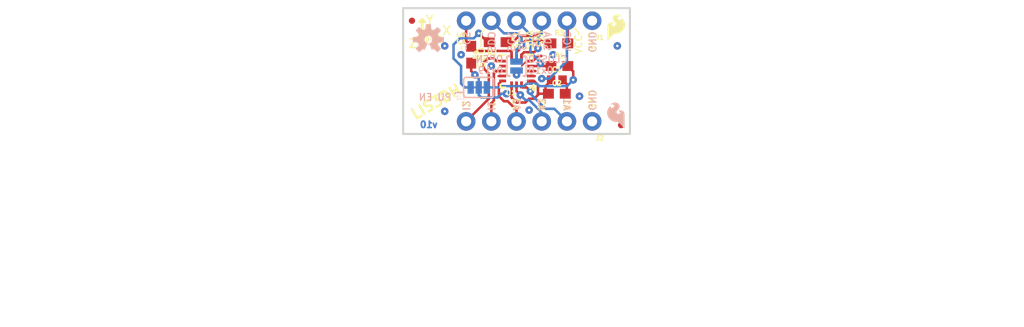
<source format=kicad_pcb>
(kicad_pcb (version 20211014) (generator pcbnew)
  (layers (0 "F.Cu" signal) (31 "B.Cu" signal) (34 "B.Paste" user) (35 "F.Paste" user) (36 "B.SilkS" user "B.Silkscreen") (37 "F.SilkS" user "F.Silkscreen") (38 "B.Mask" user) (39 "F.Mask" user) (44 "Edge.Cuts" user))
  (net 0 "")
  (net 1 "GND")
  (net 2 "SCL")
  (net 3 "SDA")
  (net 4 "INT2")
  (net 5 "INT1")
  (net 6 "SA0")
  (net 7 "N$1")
  (net 8 "N$2")
  (net 9 "~{CS}")
  (net 10 "ADC1")
  (net 11 "ADC2")
  (net 12 "ADC3")
  (net 13 "VCC")
  (net 14 "N$4")
  (net 15 "N$5")
  (footprint "boardEagle:LGA-16-3X3" (layer "F.Cu") (at 148.5011 105.0036 180)
    (fp_text reference "U1" (at 0 -1.905 180) (layer "F.SilkS") (effects (font (size 0.48768 0.48768) (thickness 0.12192)) (justify right top)))
    (fp_text value "LIS3DH")
    (fp_line (start 1.1162 1.6524) (end 1.6242 1.6524) (layer "F.SilkS") (width 0.2032))
    (fp_line (start 1.1162 -1.6496) (end 1.6242 -1.6496) (layer "F.SilkS") (width 0.2032))
    (fp_line (start 1.6242 -1.6496) (end 1.6242 -1.3694) (layer "F.SilkS") (width 0.2032))
    (fp_line (start -1.627 1.3722) (end -1.627 1.6524) (layer "F.SilkS") (width 0.2032))
    (fp_line (start 1.6242 1.3722) (end 1.6242 1.6524) (layer "F.SilkS") (width 0.2032))
    (fp_line (start -1.7278 -1.3694) (end -1.3722 -1.725) (layer "F.SilkS") (width 0.2032))
    (fp_line (start -1.627 1.6524) (end -1.119 1.6524) (layer "F.SilkS") (width 0.2032))
    (fp_circle (center -1.778 -1.778) (end -1.651 -1.778) (layer "F.SilkS") (width 0.254) (fill solid))
    (pad "1" smd rect (at -1.4 -1) (size 0.7 0.28) (layers "F.Cu" "F.Paste" "F.Mask") (net 13 "VCC"))
    (pad "2" smd rect (at -1.4 -0.5 180) (size 0.7 0.28) (layers "F.Cu" "F.Paste" "F.Mask"))
    (pad "3" smd rect (at -1.4 0 180) (size 0.7 0.28) (layers "F.Cu" "F.Paste" "F.Mask"))
    (pad "4" smd rect (at -1.4 0.5 180) (size 0.7 0.28) (layers "F.Cu" "F.Paste" "F.Mask") (net 2 "SCL"))
    (pad "5" smd rect (at -1.4 1) (size 0.7 0.28) (layers "F.Cu" "F.Paste" "F.Mask") (net 1 "GND"))
    (pad "6" smd rect (at -0.5 1.4 270) (size 0.7 0.28) (layers "F.Cu" "F.Paste" "F.Mask") (net 3 "SDA"))
    (pad "7" smd rect (at 0 1.4 270) (size 0.7 0.28) (layers "F.Cu" "F.Paste" "F.Mask") (net 6 "SA0"))
    (pad "8" smd rect (at 0.5 1.4 270) (size 0.7 0.28) (layers "F.Cu" "F.Paste" "F.Mask") (net 9 "~{CS}"))
    (pad "9" smd rect (at 1.4 1) (size 0.7 0.28) (layers "F.Cu" "F.Paste" "F.Mask") (net 4 "INT2"))
    (pad "10" smd rect (at 1.4 0.5) (size 0.7 0.28) (layers "F.Cu" "F.Paste" "F.Mask") (net 1 "GND"))
    (pad "11" smd rect (at 1.4 0) (size 0.7 0.28) (layers "F.Cu" "F.Paste" "F.Mask") (net 5 "INT1"))
    (pad "12" smd rect (at 1.4 -0.5) (size 0.7 0.28) (layers "F.Cu" "F.Paste" "F.Mask") (net 1 "GND"))
    (pad "13" smd rect (at 1.4 -1) (size 0.7 0.28) (layers "F.Cu" "F.Paste" "F.Mask") (net 12 "ADC3"))
    (pad "14" smd rect (at 0.5 -1.4 90) (size 0.7 0.28) (layers "F.Cu" "F.Paste" "F.Mask") (net 13 "VCC"))
    (pad "15" smd rect (at 0 -1.4 90) (size 0.7 0.28) (layers "F.Cu" "F.Paste" "F.Mask") (net 11 "ADC2"))
    (pad "16" smd rect (at -0.5 -1.4 90) (size 0.7 0.28) (layers "F.Cu" "F.Paste" "F.Mask") (net 10 "ADC1"))
  )
  (footprint "boardEagle:1X06_NO_SILK" (layer "F.Cu") (at 156.1211 99.9236 180)
    (fp_text reference "J1" (at -1.27 -1.397 180) (layer "F.SilkS") (effects (font (size 0.48768 0.48768) (thickness 0.12192)) (justify right top)))
    (fp_text value "")
    (pad "1" thru_hole circle (at 0 0 270) (size 1.8796 1.8796) (drill 1.016) (layers *.Cu *.Mask) (net 1 "GND"))
    (pad "2" thru_hole circle (at 2.54 0 270) (size 1.8796 1.8796) (drill 1.016) (layers *.Cu *.Mask) (net 13 "VCC"))
    (pad "3" thru_hole circle (at 5.08 0 270) (size 1.8796 1.8796) (drill 1.016) (layers *.Cu *.Mask) (net 3 "SDA"))
    (pad "4" thru_hole circle (at 7.62 0 270) (size 1.8796 1.8796) (drill 1.016) (layers *.Cu *.Mask) (net 2 "SCL"))
    (pad "5" thru_hole circle (at 10.16 0 270) (size 1.8796 1.8796) (drill 1.016) (layers *.Cu *.Mask) (net 6 "SA0"))
    (pad "6" thru_hole circle (at 12.7 0 270) (size 1.8796 1.8796) (drill 1.016) (layers *.Cu *.Mask) (net 9 "~{CS}"))
  )
  (footprint "boardEagle:STAND-OFF" (layer "F.Cu") (at 139.6111 105.0036)
    (fp_text reference "JP3" hide)
    (fp_text value "STAND-OFF" hide)
    (pad "" np_thru_hole circle (at 0 0) (size 3.302 3.302) (drill 3.302) (layers *.Cu *.Mask))
  )
  (footprint "boardEagle:MICRO-FIDUCIAL" (layer "F.Cu") (at 137.9601 99.9236)
    (fp_text reference "JP6" hide)
    (fp_text value "FIDUCIALUFIDUCIAL" hide)
    (pad "1" smd roundrect (at 0 0) (size 0.635 0.635) (layers "F.Cu" "F.Mask") (roundrect_rratio 0.5))
  )
  (footprint "boardEagle:1X06_NO_SILK" (layer "F.Cu") (at 156.1211 110.0836 180)
    (fp_text reference "J2" (at -1.27 -1.397 180) (layer "F.SilkS") (effects (font (size 0.48768 0.48768) (thickness 0.12192)) (justify right top)))
    (fp_text value "")
    (pad "1" thru_hole circle (at 0 0 270) (size 1.8796 1.8796) (drill 1.016) (layers *.Cu *.Mask) (net 1 "GND"))
    (pad "2" thru_hole circle (at 2.54 0 270) (size 1.8796 1.8796) (drill 1.016) (layers *.Cu *.Mask) (net 10 "ADC1"))
    (pad "3" thru_hole circle (at 5.08 0 270) (size 1.8796 1.8796) (drill 1.016) (layers *.Cu *.Mask) (net 11 "ADC2"))
    (pad "4" thru_hole circle (at 7.62 0 270) (size 1.8796 1.8796) (drill 1.016) (layers *.Cu *.Mask) (net 12 "ADC3"))
    (pad "5" thru_hole circle (at 10.16 0 270) (size 1.8796 1.8796) (drill 1.016) (layers *.Cu *.Mask) (net 5 "INT1"))
    (pad "6" thru_hole circle (at 12.7 0 270) (size 1.8796 1.8796) (drill 1.016) (layers *.Cu *.Mask) (net 4 "INT2"))
  )
  (footprint "boardEagle:0402" (layer "F.Cu") (at 152.5651 105.8926)
    (fp_text reference "C1" (at 0 -0.762) (layer "F.SilkS") (effects (font (size 0.48768 0.48768) (thickness 0.12192)) (justify bottom)))
    (fp_text value "0.1uF")
    (pad "1" smd rect (at -0.58 0) (size 0.85 0.9) (layers "F.Cu" "F.Paste" "F.Mask") (net 13 "VCC"))
    (pad "2" smd rect (at 0.58 0) (size 0.85 0.9) (layers "F.Cu" "F.Paste" "F.Mask") (net 1 "GND"))
  )
  (footprint "boardEagle:0603" (layer "F.Cu") (at 143.9291 103.3526 -90)
    (fp_text reference "R4" (at 0 -0.762 -90) (layer "F.SilkS") (effects (font (size 0.48768 0.48768) (thickness 0.12192)) (justify bottom)))
    (fp_text value "10k")
    (pad "1" smd rect (at -0.85 0 270) (size 1.1 1) (layers "F.Cu" "F.Paste" "F.Mask") (net 9 "~{CS}"))
    (pad "2" smd rect (at 0.85 0 270) (size 1.1 1) (layers "F.Cu" "F.Paste" "F.Mask") (net 13 "VCC"))
  )
  (footprint "boardEagle:MICRO-FIDUCIAL" (layer "F.Cu") (at 159.0421 110.4646)
    (fp_text reference "JP2" hide)
    (fp_text value "FIDUCIALUFIDUCIAL" hide)
    (pad "1" smd roundrect (at 0 0) (size 0.635 0.635) (layers "F.Cu" "F.Mask") (roundrect_rratio 0.5))
  )
  (footprint "boardEagle:0603" (layer "F.Cu") (at 152.8191 104.4956)
    (fp_text reference "R1" (at 0 -0.762) (layer "F.SilkS") (effects (font (size 0.48768 0.48768) (thickness 0.12192)) (justify bottom)))
    (fp_text value "4.7k")
    (pad "1" smd rect (at -0.85 0) (size 1.1 1) (layers "F.Cu" "F.Paste" "F.Mask") (net 2 "SCL"))
    (pad "2" smd rect (at 0.85 0) (size 1.1 1) (layers "F.Cu" "F.Paste" "F.Mask") (net 8 "N$2"))
  )
  (footprint "boardEagle:CREATIVE_COMMONS" (layer "F.Cu") (at 116.7511 130.4036)
    (fp_text reference "FRAME2" hide)
    (fp_text value "FRAME-LETTER" hide)
  )
  (footprint "boardEagle:0603" (layer "F.Cu") (at 146.5961 102.0826 180)
    (fp_text reference "R2" (at 0 -0.762 180) (layer "F.SilkS") (effects (font (size 0.48768 0.48768) (thickness 0.12192)) (justify right top)))
    (fp_text value "4.7k")
    (pad "1" smd rect (at -0.85 0 180) (size 1.1 1) (layers "F.Cu" "F.Paste" "F.Mask") (net 3 "SDA"))
    (pad "2" smd rect (at 0.85 0 180) (size 1.1 1) (layers "F.Cu" "F.Paste" "F.Mask") (net 7 "N$1"))
  )
  (footprint "boardEagle:0603" (layer "F.Cu") (at 152.8191 102.2096)
    (fp_text reference "R3" (at 0 -0.762) (layer "F.SilkS") (effects (font (size 0.48768 0.48768) (thickness 0.12192)) (justify bottom)))
    (fp_text value "10k")
    (pad "1" smd rect (at -0.85 0) (size 1.1 1) (layers "F.Cu" "F.Paste" "F.Mask") (net 6 "SA0"))
    (pad "2" smd rect (at 0.85 0) (size 1.1 1) (layers "F.Cu" "F.Paste" "F.Mask") (net 13 "VCC"))
  )
  (footprint "boardEagle:0603" (layer "F.Cu") (at 152.5651 107.2896)
    (fp_text reference "C2" (at 0 -0.762) (layer "F.SilkS") (effects (font (size 0.48768 0.48768) (thickness 0.12192)) (justify bottom)))
    (fp_text value "10uF")
    (pad "1" smd rect (at -0.85 0) (size 1.1 1) (layers "F.Cu" "F.Paste" "F.Mask") (net 13 "VCC"))
    (pad "2" smd rect (at 0.85 0) (size 1.1 1) (layers "F.Cu" "F.Paste" "F.Mask") (net 1 "GND"))
  )
  (footprint "boardEagle:STAND-OFF" (layer "F.Cu") (at 157.3911 105.0036)
    (fp_text reference "JP4" hide)
    (fp_text value "STAND-OFF" hide)
    (pad "" np_thru_hole circle (at 0 0) (size 3.302 3.302) (drill 3.302) (layers *.Cu *.Mask))
  )
  (footprint "boardEagle:SFE_LOGO_FLAME_.1" (layer "F.Cu") (at 157.3911 102.2096)
    (fp_text reference "LOGO1" hide)
    (fp_text value "SFE_LOGO_FLAME.1_INCH" hide)
    (fp_poly (pts (xy 1.412844 -2.906175) (xy 1.560112 -2.832541) (xy 1.605026 -2.798855) (xy 1.681982 -2.7219) (xy 1.571006 -2.7219) (xy 1.551005 -2.7319) (xy 1.504689 -2.7319) (xy 1.468361 -2.722818) (xy 1.422477 -2.713641) (xy 1.39011 -2.697457) (xy 1.358081 -2.673436) (xy 1.343019 -2.650843) (xy 1.335288 -2.635381) (xy 1.3281 -2.613817) (xy 1.3281 -2.564689) (xy 1.335361 -2.535643) (xy 1.369607 -2.484275) (xy 1.425028 -2.428854) (xy 1.462016 -2.401113) (xy 1.489157 -2.383019) (xy 1.523301 -2.365947) (xy 1.594689 -2.3481) (xy 1.613817 -2.3481) (xy 1.629419 -2.353301) (xy 1.648687 -2.372569) (xy 1.654712 -2.384619) (xy 1.6619 -2.406183) (xy 1.6619 -2.558742) (xy 1.804838 -2.469406) (xy 1.890505 -2.373031) (xy 1.964662 -2.256498) (xy 2.016968 -2.099579) (xy 2.048309 -1.932428) (xy 2.037811 -1.753974) (xy 1.985628 -1.555678) (xy 1.881878 -1.368928) (xy 1.808618 -1.274737) (xy 1.726044 -1.192162) (xy 1.642524 -1.119083) (xy 1.536984 -1.055759) (xy 1.432127 -1.013816) (xy 1.318165 -0.982735) (xy 1.193153 -0.9619) (xy 1.003156 -0.9619) (xy 0.953397 -0.953607) (xy 0.863627 -0.899745) (xy 0.767974 -0.804092) (xy 0.647975 -0.664094) (xy 0.528159 -0.544277) (xy 0.478163 -0.484281) (xy 0.430255 -0.436373) (xy 0.400257 -0.386376) (xy 0.2819 -0.268018) (xy 0.2819 -1.732372) (xy 0.292559 -1.817641) (xy 0.314746 -1.895296) (xy 0.380852 -2.005474) (xy 0.436664 -2.050123) (xy 0.481171 -2.083503) (xy 0.539098 -2.106674) (xy 0.59313 -2.117481) (xy 0.656847 -2.1281) (xy 0.788994 -2.1281) (xy 0.884319 -2.080438) (xy 0.832569 -2.028687) (xy 0.784617 -2.004711) (xy 0.760581 -1.996699) (xy 0.713301 -1.949419) (xy 0.7081 -1.933817) (xy 0.7081 -1.906183) (xy 0.714532 -1.886888) (xy 0.729607 -1.864275) (xy 0.781412 -1.81247) (xy 0.820903 -1.796674) (xy 0.863772 -1.7881) (xy 0.935311 -1.7881) (xy 1.004357 -1.805361) (xy 1.053944 -1.83842) (xy 1.086004 -1.878495) (xy 1.1019 -1.926183) (xy 1.1019 -1.983091) (xy 1.077224 -2.048894) (xy 1.012268 -2.113851) (xy 0.931425 -2.204799) (xy 0.858661 -2.287958) (xy 0.804008 -2.386334) (xy 0.7819 -2.485818) (xy 0.7819 -2.576183) (xy 0.815289 -2.676349) (xy 0.871274 -2.765925) (xy 0.969046 -2.84197) (xy 1.087145 -2.906387) (xy 1.206565 -2.9281) (xy 1.314182 -2.9281)) (layer "F.SilkS") (width 0) (fill solid))
  )
  (footprint "boardEagle:SJ_2S-NO" (layer "B.Cu") (at 148.5011 104.4956 90)
    (fp_text reference "SJ1" (at -0.908 1.27 270) (layer "B.SilkS") (effects (font (size 0.373888 0.373888) (thickness 0.032512)) (justify left bottom mirror)))
    (fp_text value "")
    (fp_line (start 0.8 -1) (end -0.8 -1) (layer "B.SilkS") (width 0.2032))
    (fp_line (start -0.8 1) (end 0.8 1) (layer "B.SilkS") (width 0.2032))
    (fp_arc (start 1 0.7) (mid 0.962132 0.891421) (end 0.8 1) (layer "B.SilkS") (width 0.2032))
    (fp_arc (start -1 -0.7) (mid -0.962132 -0.891421) (end -0.8 -1) (layer "B.SilkS") (width 0.2032))
    (fp_arc (start -0.8 1) (mid -0.962132 0.891421) (end -1 0.7) (layer "B.SilkS") (width 0.2032))
    (fp_arc (start 0.8 -1) (mid 0.962132 -0.891421) (end 1 -0.7) (layer "B.SilkS") (width 0.2032))
    (pad "1" smd rect (at -0.45 0 90) (size 0.635 1.27) (layers "B.Cu" "B.Mask") (net 1 "GND"))
    (pad "2" smd rect (at 0.45 0 90) (size 0.635 1.27) (layers "B.Cu" "B.Mask") (net 6 "SA0"))
  )
  (footprint "boardEagle:PAD-JUMPER-3-3OF3_NC_BY_TRACE_YES_SILK_FULL_BOX" (layer "B.Cu") (at 144.6911 106.6546)
    (fp_text reference "SJ2" (at -1.27 1.27 180) (layer "B.SilkS") (effects (font (size 0.373888 0.373888) (thickness 0.032512)) (justify left bottom mirror)))
    (fp_text value "")
    (fp_line (start -1.016 0) (end -0.254 0) (layer "B.Cu") (width 0.2032))
    (fp_line (start 0.254 0) (end 1.016 0) (layer "B.Cu") (width 0.2032))
    (fp_line (start -1.524 -0.762) (end -1.524 0.762) (layer "B.SilkS") (width 0.1524))
    (fp_line (start -1.27 1.016) (end 1.27 1.016) (layer "B.SilkS") (width 0.1524))
    (fp_line (start 1.27 -1.016) (end -1.27 -1.016) (layer "B.SilkS") (width 0.1524))
    (fp_line (start 1.524 -0.762) (end 1.524 0.762) (layer "B.SilkS") (width 0.1524))
    (fp_arc (start -1.27 1.016) (mid -1.449605 0.941605) (end -1.524 0.762) (layer "B.SilkS") (width 0.1524))
    (fp_arc (start -1.524 -0.762) (mid -1.449605 -0.941605) (end -1.27 -1.016) (layer "B.SilkS") (width 0.1524))
    (fp_arc (start 1.27 -1.016) (mid 1.449605 -0.941605) (end 1.524 -0.762) (layer "B.SilkS") (width 0.1524))
    (fp_arc (start 1.524 0.762) (mid 1.449605 0.941605) (end 1.27 1.016) (layer "B.SilkS") (width 0.1524))
    (pad "1" smd rect (at -0.8128 0) (size 0.635 1.27) (layers "B.Cu" "B.Mask") (net 7 "N$1"))
    (pad "2" smd rect (at 0 0) (size 0.635 1.27) (layers "B.Cu" "B.Mask") (net 13 "VCC"))
    (pad "3" smd rect (at 0.8128 0) (size 0.635 1.27) (layers "B.Cu" "B.Mask") (net 8 "N$2"))
  )
  (footprint "boardEagle:SFE_LOGO_FLAME_.1" (layer "B.Cu") (at 159.6771 111.0996 180)
    (fp_text reference "LOGO2" hide)
    (fp_text value "SFE_LOGO_FLAME.1_INCH" hide)
    (fp_poly (pts (xy 1.412844 2.906175) (xy 1.560112 2.832541) (xy 1.605026 2.798855) (xy 1.681982 2.7219) (xy 1.571006 2.7219) (xy 1.551005 2.7319) (xy 1.504689 2.7319) (xy 1.468361 2.722818) (xy 1.422477 2.713641) (xy 1.39011 2.697457) (xy 1.358081 2.673436) (xy 1.343019 2.650843) (xy 1.335288 2.635381) (xy 1.3281 2.613817) (xy 1.3281 2.564689) (xy 1.335361 2.535643) (xy 1.369607 2.484275) (xy 1.425028 2.428854) (xy 1.462016 2.401113) (xy 1.489157 2.383019) (xy 1.523301 2.365947) (xy 1.594689 2.3481) (xy 1.613817 2.3481) (xy 1.629419 2.353301) (xy 1.648687 2.372569) (xy 1.654712 2.384619) (xy 1.6619 2.406183) (xy 1.6619 2.558742) (xy 1.804838 2.469406) (xy 1.890505 2.373031) (xy 1.964662 2.256498) (xy 2.016968 2.099579) (xy 2.048309 1.932428) (xy 2.037811 1.753974) (xy 1.985628 1.555678) (xy 1.881878 1.368928) (xy 1.808618 1.274737) (xy 1.726044 1.192162) (xy 1.642524 1.119083) (xy 1.536984 1.055759) (xy 1.432127 1.013816) (xy 1.318165 0.982735) (xy 1.193153 0.9619) (xy 1.003156 0.9619) (xy 0.953397 0.953607) (xy 0.863627 0.899745) (xy 0.767974 0.804092) (xy 0.647975 0.664094) (xy 0.528159 0.544277) (xy 0.478163 0.484281) (xy 0.430255 0.436373) (xy 0.400257 0.386376) (xy 0.2819 0.268018) (xy 0.2819 1.732372) (xy 0.292559 1.817641) (xy 0.314746 1.895296) (xy 0.380852 2.005474) (xy 0.436664 2.050123) (xy 0.481171 2.083503) (xy 0.539098 2.106674) (xy 0.59313 2.117481) (xy 0.656847 2.1281) (xy 0.788994 2.1281) (xy 0.884319 2.080438) (xy 0.832569 2.028687) (xy 0.784617 2.004711) (xy 0.760581 1.996699) (xy 0.713301 1.949419) (xy 0.7081 1.933817) (xy 0.7081 1.906183) (xy 0.714532 1.886888) (xy 0.729607 1.864275) (xy 0.781412 1.81247) (xy 0.820903 1.796674) (xy 0.863772 1.7881) (xy 0.935311 1.7881) (xy 1.004357 1.805361) (xy 1.053944 1.83842) (xy 1.086004 1.878495) (xy 1.1019 1.926183) (xy 1.1019 1.983091) (xy 1.077224 2.048894) (xy 1.012268 2.113851) (xy 0.931425 2.204799) (xy 0.858661 2.287958) (xy 0.804008 2.386334) (xy 0.7819 2.485818) (xy 0.7819 2.576183) (xy 0.815289 2.676349) (xy 0.871274 2.765925) (xy 0.969046 2.84197) (xy 1.087145 2.906387) (xy 1.206565 2.9281) (xy 1.314182 2.9281)) (layer "B.SilkS") (width 0) (fill solid))
  )
  (footprint "boardEagle:OSHW-LOGO-S" (layer "B.Cu") (at 139.6111 101.8286 180)
    (fp_text reference "U$1" hide)
    (fp_text value "OSHW-LOGOS" hide)
    (fp_poly (pts (xy 0.301647 1.061351) (xy 0.42347 1.022344) (xy 0.537177 0.963769) (xy 0.92862 1.282946) (xy 1.282946 0.92862) (xy 0.961035 0.533823) (xy 1.057046 0.302084) (xy 1.5638 0.250561) (xy 1.5638 -0.250561) (xy 1.057046 -0.302084) (xy 0.961035 -0.533823) (xy 1.282946 -0.92862) (xy 0.92862 -1.282946) (xy 0.537177 -0.96377) (xy 0.356601 -1.056794) (xy 0.088679 -0.410073) (xy 0.326262 -0.2176) (xy 0.373649 -0.121468) (xy 0.392729 -0.010339) (xy 0.379464 0.101634) (xy 0.334947 0.205229) (xy 0.262842 0.291918) (xy 0.169087 0.354561) (xy 0.061406 0.387999) (xy -0.051342 0.38948) (xy -0.159868 0.358881) (xy -0.255234 0.298724) (xy -0.329589 0.213962) (xy -0.376813 0.111569) (xy -0.392176 0.005767) (xy -0.322923 -0.222565) (xy -0.249312 -0.303773) (xy 0.091677 -0.5081) (xy -0.12929 -0.5081) (xy -0.355332 -1.053732) (xy -0.506597 -0.983577) (xy -0.538922 -0.965192) (xy -0.92862 -1.282946) (xy -1.282946 -0.92862) (xy -0.961035 -0.533823) (xy -1.057046 -0.302084) (xy -1.5638 -0.250561) (xy -1.5638 0.250561) (xy -1.057046 0.302084) (xy -0.961035 0.533823) (xy -1.282946 0.92862) (xy -0.92862 1.282946) (xy -0.533823 0.961035) (xy -0.302084 1.057046) (xy -0.250561 1.5638) (xy 0.250561 1.5638)) (layer "B.SilkS") (width 0) (fill solid))
  )
  (gr_line (start 142.4051 107.1626) (end 142.2781 107.2896) (layer "B.SilkS") (width 0.1524))
  (gr_line (start 143.1671 107.1626) (end 142.4051 107.1626) (layer "B.SilkS") (width 0.1524))
  (gr_line (start 140.78585 101.514275) (end 140.78585 102.073075) (layer "F.SilkS") (width 0.254))
  (gr_line (start 138.991975 99.76485) (end 139.245975 100.01885) (layer "F.SilkS") (width 0.254))
  (gr_line (start 141.06525 101.793675) (end 139.92225 101.793675) (layer "F.SilkS") (width 0.254))
  (gr_line (start 141.06525 101.793675) (end 140.81125 102.047675) (layer "F.SilkS") (width 0.254))
  (gr_line (start 144.9451 102.5144) (end 144.9451 101.1428) (layer "F.SilkS") (width 0.1524))
  (gr_line (start 154.7495 101.2952) (end 154.7495 101.092) (layer "F.SilkS") (width 0.1524))
  (gr_circle (center 139.0142 101.79685) (end 139.1412 101.79685) (layer "F.SilkS") (width 0.254) (fill none))
  (gr_line (start 138.991975 99.76485) (end 138.737975 100.01885) (layer "F.SilkS") (width 0.254))
  (gr_circle (center 139.0142 101.79685) (end 139.5476 101.79685) (layer "F.SilkS") (width 0.254) (fill none))
  (gr_line (start 144.9451 101.1428) (end 145.2753 100.8126) (layer "F.SilkS") (width 0.1524))
  (gr_line (start 138.991975 99.76485) (end 138.991975 100.90785) (layer "F.SilkS") (width 0.254))
  (gr_line (start 141.06525 101.793675) (end 140.81125 101.539675) (layer "F.SilkS") (width 0.254))
  (gr_line (start 154.7495 101.092) (end 154.3431 100.6856) (layer "F.SilkS") (width 0.1524))
  (gr_line (start 138.712575 100.04425) (end 139.271375 100.04425) (layer "F.SilkS") (width 0.254))
  (gr_line (start 137.0711 111.3536) (end 137.0711 98.6536) (layer "Edge.Cuts") (width 0.2032))
  (gr_line (start 159.9311 98.6536) (end 159.9311 111.3536) (layer "Edge.Cuts") (width 0.2032))
  (gr_line (start 137.0711 98.6536) (end 159.9311 98.6536) (layer "Edge.Cuts") (width 0.2032))
  (gr_line (start 159.9311 111.3536) (end 137.0711 111.3536) (layer "Edge.Cuts") (width 0.2032))
  (gr_text "v10" (at 140.6271 110.4138) (layer "B.Cu") (effects (font (size 0.65024 0.65024) (thickness 0.16256)) (justify left mirror)))
  (gr_text "VCC" (at 153.5811 100.9396 -90) (layer "B.SilkS") (effects (font (size 0.69088 0.69088) (thickness 0.12192)) (justify right mirror)))
  (gr_text "SCL\nSCK" (at 148.5011 100.9396 -90) (layer "B.SilkS") (effects (font (size 0.69088 0.69088) (thickness 0.12192)) (justify right mirror)))
  (gr_text "A1" (at 153.5811 109.0676 -90) (layer "B.SilkS") (effects (font (size 0.69088 0.69088) (thickness 0.12192)) (justify left mirror)))
  (gr_text "GND" (at 156.1211 109.0676 -90) (layer "B.SilkS") (effects (font (size 0.69088 0.69088) (thickness 0.12192)) (justify left mirror)))
  (gr_text "PU EN" (at 142.0241 108.0516) (layer "B.SilkS") (effects (font (size 0.69088 0.69088) (thickness 0.12192)) (justify left bottom mirror)))
  (gr_text "GND" (at 156.1211 100.9396 -90) (layer "B.SilkS") (effects (font (size 0.69088 0.69088) (thickness 0.12192)) (justify right mirror)))
  (gr_text "A3" (at 148.5011 109.0676 -90) (layer "B.SilkS") (effects (font (size 0.69088 0.69088) (thickness 0.12192)) (justify left mirror)))
  (gr_text "I1" (at 145.9611 109.0676 -90) (layer "B.SilkS") (effects (font (size 0.69088 0.69088) (thickness 0.12192)) (justify left mirror)))
  (gr_text "~CS" (at 143.4211 100.9396 -90) (layer "B.SilkS") (effects (font (size 0.69088 0.69088) (thickness 0.12192)) (justify right mirror)))
  (gr_text "SDA\nSDI" (at 151.0411 100.9396 -90) (layer "B.SilkS") (effects (font (size 0.69088 0.69088) (thickness 0.12192)) (justify right mirror)))
  (gr_text "I2" (at 143.4211 109.0676 -90) (layer "B.SilkS") (effects (font (size 0.69088 0.69088) (thickness 0.12192)) (justify left mirror)))
  (gr_text "SDO" (at 145.9611 100.9396 -90) (layer "B.SilkS") (effects (font (size 0.69088 0.69088) (thickness 0.12192)) (justify right mirror)))
  (gr_text "OPEN\n0x19" (at 147.2311 104.3686) (layer "B.SilkS") (effects (font (size 0.69088 0.69088) (thickness 0.12192)) (justify left mirror)))
  (gr_text "A2" (at 151.0411 109.0676 -90) (layer "B.SilkS") (effects (font (size 0.69088 0.69088) (thickness 0.12192)) (justify left mirror)))
  (gr_text "CLOSED\n0x18" (at 149.5933 104.3686) (layer "B.SilkS") (effects (font (size 0.69088 0.69088) (thickness 0.12192)) (justify right mirror)))
  (gr_text "X" (at 140.954125 101.41585) (layer "F.SilkS") (effects (font (size 0.8636 0.8636) (thickness 0.1524)) (justify left bottom)))
  (gr_text "Y" (at 139.271375 100.3554) (layer "F.SilkS") (effects (font (size 0.8636 0.8636) (thickness 0.1524)) (justify left bottom)))
  (gr_text "GND" (at 156.1211 100.9396 90) (layer "F.SilkS") (effects (font (size 0.69088 0.69088) (thickness 0.12192)) (justify right)))
  (gr_text "SCL" (at 148.5011 100.8126 90) (layer "F.SilkS") (effects (font (size 0.69088 0.69088) (thickness 0.12192)) (justify right)))
  (gr_text "GND" (at 156.1211 109.0676 90) (layer "F.SilkS") (effects (font (size 0.69088 0.69088) (thickness 0.12192)) (justify left)))
  (gr_text "VCC" (at 154.7495 101.2444 90) (layer "F.SilkS") (effects (font (size 0.69088 0.69088) (thickness 0.12192)) (justify right)))
  (gr_text "I2" (at 143.4211 109.0676 90) (layer "F.SilkS") (effects (font (size 0.69088 0.69088) (thickness 0.12192)) (justify left)))
  (gr_text "~CS" (at 142.9131 100.9396 90) (layer "F.SilkS") (effects (font (size 0.69088 0.69088) (thickness 0.12192)) (justify right)))
  (gr_text "SDA\nSDI" (at 150.3553 100.8126 90) (layer "F.SilkS") (effects (font (size 0.69088 0.69088) (thickness 0.12192)) (justify right)))
  (gr_text "SDO" (at 144.9451 102.5144 90) (layer "F.SilkS") (effects (font (size 0.69088 0.69088) (thickness 0.12192)) (justify right)))
  (gr_text "I1" (at 145.9611 109.0676 90) (layer "F.SilkS") (effects (font (size 0.69088 0.69088) (thickness 0.12192)) (justify left)))
  (gr_text "A1" (at 153.5811 109.0676 90) (layer "F.SilkS") (effects (font (size 0.69088 0.69088) (thickness 0.12192)) (justify left)))
  (gr_text "A3" (at 148.5011 109.0676 90) (layer "F.SilkS") (effects (font (size 0.69088 0.69088) (thickness 0.12192)) (justify left)))
  (gr_text "Z" (at 137.544175 102.733475) (layer "F.SilkS") (effects (font (size 0.8636 0.8636) (thickness 0.1524)) (justify left bottom)))
  (gr_text "LIS3DH" (at 138.2141 110.0836 30) (layer "F.SilkS") (effects (font (size 1.0414 1.0414) (thickness 0.2286)) (justify left bottom)))
  (gr_text "A2" (at 151.0411 109.0676 90) (layer "F.SilkS") (effects (font (size 0.69088 0.69088) (thickness 0.12192)) (justify left)))
  (segment (start 150.6601 103.4796) (end 150.1521 103.9876) (width 0.254) (layer "F.Cu") (net 1))
  (segment (start 150.6601 103.4796) (end 151.0411 103.4796) (width 0.254) (layer "F.Cu") (net 1))
  (segment (start 149.9011 104.0036) (end 149.5011 104.0036) (width 0.1524) (layer "F.Cu") (net 1))
  (segment (start 149.5011 104.0036) (end 149.0091 104.4956) (width 0.1524) (layer "F.Cu") (net 1))
  (segment (start 150.1521 103.9876) (end 149.8981 103.9876) (width 0.254) (layer "F.Cu") (net 1))
  (segment (start 146.6977 105.5116) (end 146.9517 105.5116) (width 0.254) (layer "F.Cu") (net 1))
  (segment (start 153.5811 106.3286) (end 153.5811 107.1236) (width 0.254) (layer "F.Cu") (net 1))
  (segment (start 153.5811 107.1236) (end 153.4151 107.2896) (width 0.254) (layer "F.Cu") (net 1))
  (segment (start 148.5011 105.3846) (end 148.5011 105.2576) (width 0.254) (layer "F.Cu") (net 1))
  (segment (start 153.1451 105.8926) (end 153.5811 106.3286) (width 0.254) (layer "F.Cu") (net 1))
  (via (at 141.2621 109.0676) (size 0.762) (drill 0.254) (layers "F.Cu" "B.Cu") (net 1))
  (via (at 158.6611 102.4636) (size 0.762) (drill 0.254) (layers "F.Cu" "B.Cu") (net 1))
  (via (at 154.8511 107.5436) (size 0.762) (drill 0.254) (layers "F.Cu" "B.Cu") (net 1))
  (via (at 142.9131 103.3526) (size 0.762) (drill 0.254) (layers "F.Cu" "B.Cu") (net 1))
  (via (at 149.7711 108.9406) (size 0.762) (drill 0.254) (layers "F.Cu" "B.Cu") (net 1))
  (via (at 145.9611 104.4956) (size 0.762) (drill 0.254) (layers "F.Cu" "B.Cu") (net 1))
  (via (at 141.2621 102.4636) (size 0.762) (drill 0.254) (layers "F.Cu" "B.Cu") (net 1))
  (via (at 148.5011 105.3846) (size 0.762) (drill 0.254) (layers "F.Cu" "B.Cu") (net 1))
  (via (at 152.1841 103.3526) (size 0.762) (drill 0.254) (layers "F.Cu" "B.Cu") (net 1))
  (segment (start 148.5011 104.9456) (end 148.5011 105.3846) (width 0.254) (layer "B.Cu") (net 1))
  (segment (start 150.6521 104.5036) (end 150.9141 104.2416) (width 0.254) (layer "F.Cu") (net 2))
  (segment (start 151.1681 104.4956) (end 151.9691 104.4956) (width 0.254) (layer "F.Cu") (net 2))
  (segment (start 150.9141 104.2416) (end 151.1681 104.4956) (width 0.254) (layer "F.Cu") (net 2))
  (segment (start 149.9011 104.5036) (end 150.6521 104.5036) (width 0.254) (layer "F.Cu") (net 2))
  (via (at 150.9141 104.2416) (size 0.762) (drill 0.254) (layers "F.Cu" "B.Cu") (net 2))
  (segment (start 150.9141 104.1146) (end 150.9141 104.2416) (width 0.254) (layer "B.Cu") (net 2))
  (segment (start 149.8981 101.3206) (end 148.5011 99.9236) (width 0.254) (layer "B.Cu") (net 2))
  (segment (start 149.8981 103.0986) (end 150.9141 104.1146) (width 0.254) (layer "B.Cu") (net 2))
  (segment (start 149.8981 103.0986) (end 149.8981 101.3206) (width 0.254) (layer "B.Cu") (net 2))
  (segment (start 150.5331 101.4476) (end 151.0411 100.9396) (width 0.254) (layer "F.Cu") (net 3))
  (segment (start 149.0011 103.6036) (end 149.0011 103.3606) (width 0.254) (layer "F.Cu") (net 3))
  (segment (start 148.1201 102.0826) (end 148.7551 101.4476) (width 0.254) (layer "F.Cu") (net 3))
  (segment (start 151.0411 100.9396) (end 151.0411 99.9236) (width 0.254) (layer "F.Cu") (net 3))
  (segment (start 147.4461 102.0826) (end 148.1201 102.0826) (width 0.254) (layer "F.Cu") (net 3))
  (segment (start 149.0011 103.3606) (end 149.2631 103.0986) (width 0.254) (layer "F.Cu") (net 3))
  (segment (start 148.7551 101.4476) (end 150.5331 101.4476) (width 0.254) (layer "F.Cu") (net 3))
  (segment (start 150.2791 103.0986) (end 150.6601 102.7176) (width 0.254) (layer "F.Cu") (net 3))
  (segment (start 149.2631 103.0986) (end 150.2791 103.0986) (width 0.254) (layer "F.Cu") (net 3))
  (via (at 150.6601 102.7176) (size 0.762) (drill 0.254) (layers "F.Cu" "B.Cu") (net 3))
  (segment (start 151.0411 101.1936) (end 151.0411 99.9236) (width 0.254) (layer "B.Cu") (net 3))
  (segment (start 150.6601 102.7176) (end 150.6601 101.5746) (width 0.254) (layer "B.Cu") (net 3))
  (segment (start 150.6601 101.5746) (end 151.0411 101.1936) (width 0.254) (layer "B.Cu") (net 3))
  (segment (start 145.1991 104.7496) (end 145.1991 104.1146) (width 0.254) (layer "F.Cu") (net 4))
  (segment (start 146.4691 103.9876) (end 147.0851 103.9876) (width 0.254) (layer "F.Cu") (net 4))
  (segment (start 145.7071 105.2576) (end 145.1991 104.7496) (width 0.254) (layer "F.Cu") (net 4))
  (segment (start 145.1991 104.1146) (end 145.5801 103.7336) (width 0.254) (layer "F.Cu") (net 4))
  (segment (start 145.7071 107.7976) (end 145.7071 105.2576) (width 0.254) (layer "F.Cu") (net 4))
  (segment (start 145.7071 107.7976) (end 143.4211 110.0836) (width 0.254) (layer "F.Cu") (net 4))
  (segment (start 145.5801 103.7336) (end 146.2151 103.7336) (width 0.254) (layer "F.Cu") (net 4))
  (segment (start 147.0851 103.9876) (end 147.1011 104.0036) (width 0.254) (layer "F.Cu") (net 4))
  (segment (start 146.2151 103.7336) (end 146.4691 103.9876) (width 0.254) (layer "F.Cu") (net 4))
  (segment (start 145.9611 108.2548) (end 145.9611 110.0836) (width 0.254) (layer "F.Cu") (net 5))
  (segment (start 146.2151 105.2576) (end 146.4691 105.0036) (width 0.254) (layer "F.Cu") (net 5))
  (segment (start 145.9611 108.2548) (end 146.2151 108.0008) (width 0.254) (layer "F.Cu") (net 5))
  (segment (start 146.4691 105.0036) (end 147.1011 105.0036) (width 0.254) (layer "F.Cu") (net 5))
  (segment (start 146.2151 108.0008) (end 146.2151 105.2576) (width 0.254) (layer "F.Cu") (net 5))
  (segment (start 148.7551 102.8446) (end 148.7551 102.5906) (width 0.254) (layer "F.Cu") (net 6))
  (segment (start 148.5011 103.0986) (end 148.7551 102.8446) (width 0.254) (layer "F.Cu") (net 6))
  (segment (start 148.5011 103.6036) (end 148.5011 103.0986) (width 0.254) (layer "F.Cu") (net 6))
  (segment (start 149.3901 101.9556) (end 149.0091 102.3366) (width 0.254) (layer "F.Cu") (net 6))
  (segment (start 148.7551 102.5906) (end 149.0091 102.3366) (width 0.254) (layer "F.Cu") (net 6))
  (segment (start 151.0411 101.9556) (end 149.3901 101.9556) (width 0.254) (layer "F.Cu") (net 6))
  (segment (start 151.2951 102.2096) (end 151.0411 101.9556) (width 0.254) (layer "F.Cu") (net 6))
  (segment (start 151.9691 102.2096) (end 151.2951 102.2096) (width 0.254) (layer "F.Cu") (net 6))
  (via (at 149.0091 102.3366) (size 0.762) (drill 0.254) (layers "F.Cu" "B.Cu") (net 6))
  (segment (start 147.2311 101.1936) (end 145.9611 99.9236) (width 0.254) (layer "B.Cu") (net 6))
  (segment (start 148.5011 101.1936) (end 147.2311 101.1936) (width 0.254) (layer "B.Cu") (net 6))
  (segment (start 148.5011 104.0456) (end 148.5011 102.8446) (width 0.254) (layer "B.Cu") (net 6))
  (segment (start 148.5011 102.8446) (end 149.0091 102.3366) (width 0.254) (layer "B.Cu") (net 6))
  (segment (start 149.0091 102.3366) (end 149.0091 101.7016) (width 0.254) (layer "B.Cu") (net 6))
  (segment (start 149.0091 101.7016) (end 148.5011 101.1936) (width 0.254) (layer "B.Cu") (net 6))
  (segment (start 145.7461 102.0826) (end 145.5801 102.0826) (width 0.254) (layer "F.Cu") (net 7))
  (segment (start 145.5801 102.0826) (end 144.6911 101.1936) (width 0.254) (layer "F.Cu") (net 7))
  (via (at 144.6911 101.1936) (size 0.762) (drill 0.254) (layers "F.Cu" "B.Cu") (net 7))
  (segment (start 142.9131 104.4956) (end 142.1511 103.7336) (width 0.254) (layer "B.Cu") (net 7))
  (segment (start 144.1831 101.7016) (end 144.6911 101.1936) (width 0.254) (layer "B.Cu") (net 7))
  (segment (start 142.9131 106.2736) (end 143.2941 106.6546) (width 0.254) (layer "B.Cu") (net 7))
  (segment (start 143.2941 106.6546) (end 143.8783 106.6546) (width 0.254) (layer "B.Cu") (net 7))
  (segment (start 142.1511 102.3366) (end 142.7861 101.7016) (width 0.254) (layer "B.Cu") (net 7))
  (segment (start 142.7861 101.7016) (end 144.1831 101.7016) (width 0.254) (layer "B.Cu") (net 7))
  (segment (start 142.1511 103.7336) (end 142.1511 102.3366) (width 0.254) (layer "B.Cu") (net 7))
  (segment (start 142.9131 106.2736) (end 142.9131 104.4956) (width 0.254) (layer "B.Cu") (net 7))
  (segment (start 154.2161 105.8926) (end 154.2161 105.0426) (width 0.254) (layer "F.Cu") (net 8))
  (segment (start 154.2161 105.0426) (end 153.6691 104.4956) (width 0.254) (layer "F.Cu") (net 8))
  (via (at 154.2161 105.8926) (size 0.762) (drill 0.254) (layers "F.Cu" "B.Cu") (net 8))
  (segment (start 146.9771 106.5276) (end 149.2631 106.5276) (width 0.254) (layer "B.Cu") (net 8))
  (segment (start 153.5811 106.5276) (end 154.2161 105.8926) (width 0.254) (layer "B.Cu") (net 8))
  (segment (start 146.8501 106.6546) (end 146.9771 106.5276) (width 0.254) (layer "B.Cu") (net 8))
  (segment (start 150.7871 106.5276) (end 153.5811 106.5276) (width 0.254) (layer "B.Cu") (net 8))
  (segment (start 149.5171 106.2736) (end 150.5331 106.2736) (width 0.254) (layer "B.Cu") (net 8))
  (segment (start 149.2631 106.5276) (end 149.5171 106.2736) (width 0.254) (layer "B.Cu") (net 8))
  (segment (start 150.5331 106.2736) (end 150.7871 106.5276) (width 0.254) (layer "B.Cu") (net 8))
  (segment (start 145.5039 106.6546) (end 146.8501 106.6546) (width 0.254) (layer "B.Cu") (net 8))
  (segment (start 148.0011 103.1066) (end 147.8661 102.9716) (width 0.254) (layer "F.Cu") (net 9))
  (segment (start 147.8661 102.9716) (end 144.3981 102.9716) (width 0.254) (layer "F.Cu") (net 9))
  (segment (start 143.9291 102.4636) (end 143.4211 101.9556) (width 0.254) (layer "F.Cu") (net 9))
  (segment (start 148.0011 103.6036) (end 148.0011 103.1066) (width 0.254) (layer "F.Cu") (net 9))
  (segment (start 144.3981 102.9716) (end 143.9291 102.5026) (width 0.254) (layer "F.Cu") (net 9))
  (segment (start 143.9291 102.5026) (end 143.9291 102.4636) (width 0.254) (layer "F.Cu") (net 9))
  (segment (start 143.4211 101.9556) (end 143.4211 99.9236) (width 0.254) (layer "F.Cu") (net 9))
  (segment (start 149.5171 106.6546) (end 149.8981 107.0356) (width 0.254) (layer "F.Cu") (net 10))
  (segment (start 149.0011 106.4036) (end 149.0011 106.5196) (width 0.254) (layer "F.Cu") (net 10))
  (segment (start 149.0011 106.5196) (end 149.1361 106.6546) (width 0.254) (layer "F.Cu") (net 10))
  (segment (start 149.1361 106.6546) (end 149.5171 106.6546) (width 0.254) (layer "F.Cu") (net 10))
  (via (at 149.8981 107.0356) (size 0.762) (drill 0.254) (layers "F.Cu" "B.Cu") (net 10))
  (segment (start 152.3111 108.8136) (end 151.4221 108.8136) (width 0.254) (layer "B.Cu") (net 10))
  (segment (start 151.4221 108.8136) (end 149.8981 107.2896) (width 0.254) (layer "B.Cu") (net 10))
  (segment (start 149.8981 107.2896) (end 149.8981 107.0356) (width 0.254) (layer "B.Cu") (net 10))
  (segment (start 153.5811 110.0836) (end 152.3111 108.8136) (width 0.254) (layer "B.Cu") (net 10))
  (segment (start 148.5011 106.4036) (end 148.5011 107.0356) (width 0.254) (layer "F.Cu") (net 11))
  (segment (start 148.5011 107.0356) (end 148.8821 107.4166) (width 0.254) (layer "F.Cu") (net 11))
  (via (at 148.8821 107.4166) (size 0.762) (drill 0.254) (layers "F.Cu" "B.Cu") (net 11))
  (segment (start 151.0411 109.1946) (end 151.0411 110.0836) (width 0.254) (layer "B.Cu") (net 11))
  (segment (start 149.3901 107.9246) (end 148.8821 107.4166) (width 0.254) (layer "B.Cu") (net 11))
  (segment (start 151.0411 109.1946) (end 149.7711 107.9246) (width 0.254) (layer "B.Cu") (net 11))
  (segment (start 149.7711 107.9246) (end 149.3901 107.9246) (width 0.254) (layer "B.Cu") (net 11))
  (segment (start 146.7231 107.5436) (end 146.7231 106.2736) (width 0.254) (layer "F.Cu") (net 12))
  (segment (start 148.5011 108.9406) (end 147.6121 108.0516) (width 0.254) (layer "F.Cu") (net 12))
  (segment (start 148.5011 108.9406) (end 148.5011 110.0836) (width 0.254) (layer "F.Cu") (net 12))
  (segment (start 146.9931 106.0036) (end 147.1011 106.0036) (width 0.254) (layer "F.Cu") (net 12))
  (segment (start 146.7231 106.2736) (end 146.9931 106.0036) (width 0.254) (layer "F.Cu") (net 12))
  (segment (start 147.6121 108.0516) (end 147.2311 108.0516) (width 0.254) (layer "F.Cu") (net 12))
  (segment (start 147.2311 108.0516) (end 146.7231 107.5436) (width 0.254) (layer "F.Cu") (net 12))
  (segment (start 148.0011 107.6786) (end 148.0011 107.4166) (width 0.254) (layer "F.Cu") (net 13))
  (segment (start 151.9851 105.9646) (end 151.4221 106.5276) (width 0.254) (layer "F.Cu") (net 13))
  (segment (start 151.0411 105.7656) (end 151.8581 105.7656) (width 0.254) (layer "F.Cu") (net 13))
  (segment (start 150.6601 106.4006) (end 150.2631 106.0036) (width 0.254) (layer "F.Cu") (net 13))
  (segment (start 151.7151 107.2896) (end 150.6601 107.2896) (width 0.254) (layer "F.Cu") (net 13))
  (segment (start 150.6601 107.2896) (end 150.6601 106.4006) (width 0.254) (layer "F.Cu") (net 13))
  (segment (start 143.9291 105.0036) (end 143.9291 104.2026) (width 0.254) (layer "F.Cu") (net 13))
  (segment (start 147.8741 107.2896) (end 148.0011 107.4166) (width 0.254) (layer "F.Cu") (net 13))
  (segment (start 148.0011 107.4166) (end 148.0011 106.4036) (width 0.254) (layer "F.Cu") (net 13))
  (segment (start 153.5811 102.1216) (end 153.6691 102.2096) (width 0.254) (layer "F.Cu") (net 13))
  (segment (start 151.8581 105.7656) (end 151.9851 105.8926) (width 0.254) (layer "F.Cu") (net 13))
  (segment (start 151.9851 105.8926) (end 151.9851 105.9646) (width 0.254) (layer "F.Cu") (net 13))
  (segment (start 148.5011 108.1786) (end 149.3901 108.1786) (width 0.254) (layer "F.Cu") (net 13))
  (segment (start 153.6691 100.0116) (end 153.5811 99.9236) (width 0.254) (layer "F.Cu") (net 13))
  (segment (start 151.4221 106.9966) (end 151.7151 107.2896) (width 0.254) (layer "F.Cu") (net 13))
  (segment (start 150.6601 107.4166) (end 150.6601 107.2896) (width 0.254) (layer "F.Cu") (net 13))
  (segment (start 147.4851 107.2896) (end 147.8741 107.2896) (width 0.254) (layer "F.Cu") (net 13))
  (segment (start 151.4221 106.5276) (end 151.4221 106.9966) (width 0.254) (layer "F.Cu") (net 13))
  (segment (start 150.2791 107.7976) (end 150.6601 107.4166) (width 0.254) (layer "F.Cu") (net 13))
  (segment (start 149.9011 106.0036) (end 150.2631 106.0036) (width 0.254) (layer "F.Cu") (net 13))
  (segment (start 153.6691 102.2096) (end 153.6691 100.0116) (width 0.254) (layer "F.Cu") (net 13))
  (segment (start 149.7711 107.7976) (end 150.2791 107.7976) (width 0.254) (layer "F.Cu") (net 13))
  (segment (start 149.3901 108.1786) (end 149.7711 107.7976) (width 0.254) (layer "F.Cu") (net 13))
  (segment (start 148.5011 108.1786) (end 148.0011 107.6786) (width 0.254) (layer "F.Cu") (net 13))
  (segment (start 144.3101 105.3846) (end 143.9291 105.0036) (width 0.254) (layer "F.Cu") (net 13))
  (via (at 144.3101 105.3846) (size 0.762) (drill 0.254) (layers "F.Cu" "B.Cu") (net 13))
  (via (at 147.4851 107.2896) (size 0.762) (drill 0.254) (layers "F.Cu" "B.Cu") (net 13))
  (via (at 151.0411 105.7656) (size 0.762) (drill 0.254) (layers "F.Cu" "B.Cu") (net 13))
  (segment (start 144.6911 107.4166) (end 144.9451 107.6706) (width 0.254) (layer "B.Cu") (net 13))
  (segment (start 153.5811 99.9236) (end 153.5811 103.9876) (width 0.254) (layer "B.Cu") (net 13))
  (segment (start 144.6911 105.7656) (end 144.3101 105.3846) (width 0.254) (layer "B.Cu") (net 13))
  (segment (start 146.5961 107.6706) (end 146.9771 107.2896) (width 0.254) (layer "B.Cu") (net 13))
  (segment (start 151.8031 105.7656) (end 153.5811 103.9876) (width 0.254) (layer "B.Cu") (net 13))
  (segment (start 151.0411 105.7656) (end 151.8031 105.7656) (width 0.254) (layer "B.Cu") (net 13))
  (segment (start 146.9771 107.2896) (end 147.4851 107.2896) (width 0.254) (layer "B.Cu") (net 13))
  (segment (start 144.9451 107.6706) (end 146.5961 107.6706) (width 0.254) (layer "B.Cu") (net 13))
  (segment (start 144.6911 106.6546) (end 144.6911 107.4166) (width 0.254) (layer "B.Cu") (net 13))
  (segment (start 144.6911 106.6546) (end 144.6911 105.7656) (width 0.254) (layer "B.Cu") (net 13))
  (segment (start 150.1521 105.0036) (end 150.4061 105.0036) (width 0.254) (layer "F.Cu") (net 14))
  (segment (start 150.1521 105.5116) (end 150.3299 105.5116) (width 0.254) (layer "F.Cu") (net 15))
)
</source>
